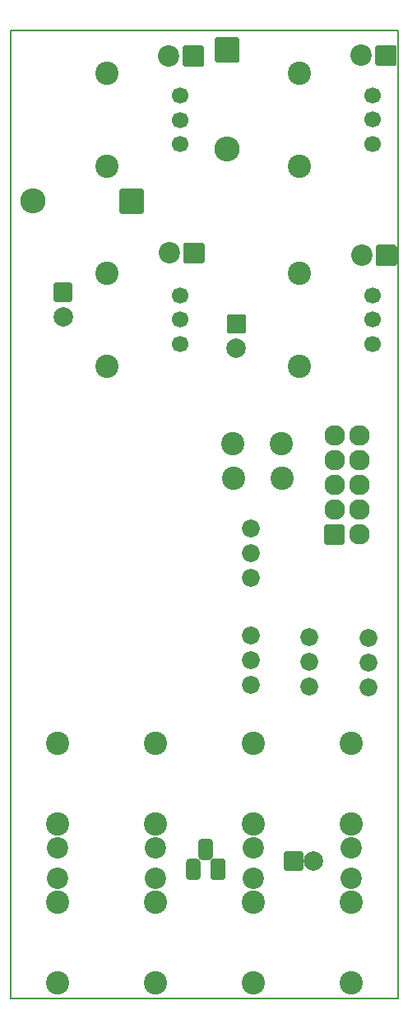
<source format=gbr>
G04 #@! TF.GenerationSoftware,KiCad,Pcbnew,(5.1.9)-1*
G04 #@! TF.CreationDate,2021-03-20T12:47:07+00:00*
G04 #@! TF.ProjectId,board v2,626f6172-6420-4763-922e-6b696361645f,rev?*
G04 #@! TF.SameCoordinates,Original*
G04 #@! TF.FileFunction,Soldermask,Top*
G04 #@! TF.FilePolarity,Negative*
%FSLAX46Y46*%
G04 Gerber Fmt 4.6, Leading zero omitted, Abs format (unit mm)*
G04 Created by KiCad (PCBNEW (5.1.9)-1) date 2021-03-20 12:47:07*
%MOMM*%
%LPD*%
G01*
G04 APERTURE LIST*
G04 #@! TA.AperFunction,Profile*
%ADD10C,0.150000*%
G04 #@! TD*
%ADD11C,2.200000*%
%ADD12O,2.600000X2.600000*%
%ADD13C,2.400000*%
%ADD14O,2.127200X2.127200*%
%ADD15C,1.700000*%
%ADD16C,1.840000*%
%ADD17C,2.000000*%
G04 APERTURE END LIST*
D10*
X57658000Y-12700000D02*
X17780000Y-12700000D01*
X57658000Y-112268000D02*
X57658000Y-12700000D01*
X17780000Y-112268000D02*
X57658000Y-112268000D01*
X17780000Y-12700000D02*
X17780000Y-112268000D01*
G04 #@! TO.C,U4*
G36*
G01*
X39866000Y-98052000D02*
X39866000Y-99852000D01*
G75*
G02*
X39666000Y-100052000I-200000J0D01*
G01*
X38566000Y-100052000D01*
G75*
G02*
X38366000Y-99852000I0J200000D01*
G01*
X38366000Y-98052000D01*
G75*
G02*
X38566000Y-97852000I200000J0D01*
G01*
X39666000Y-97852000D01*
G75*
G02*
X39866000Y-98052000I0J-200000D01*
G01*
G37*
G36*
G01*
X37326000Y-98227000D02*
X37326000Y-99677000D01*
G75*
G02*
X36951000Y-100052000I-375000J0D01*
G01*
X36201000Y-100052000D01*
G75*
G02*
X35826000Y-99677000I0J375000D01*
G01*
X35826000Y-98227000D01*
G75*
G02*
X36201000Y-97852000I375000J0D01*
G01*
X36951000Y-97852000D01*
G75*
G02*
X37326000Y-98227000I0J-375000D01*
G01*
G37*
G36*
G01*
X38596000Y-96157000D02*
X38596000Y-97607000D01*
G75*
G02*
X38221000Y-97982000I-375000J0D01*
G01*
X37471000Y-97982000D01*
G75*
G02*
X37096000Y-97607000I0J375000D01*
G01*
X37096000Y-96157000D01*
G75*
G02*
X37471000Y-95782000I375000J0D01*
G01*
X38221000Y-95782000D01*
G75*
G02*
X38596000Y-96157000I0J-375000D01*
G01*
G37*
G04 #@! TD*
G04 #@! TO.C,D1*
G36*
G01*
X37700000Y-14400000D02*
X37700000Y-16200000D01*
G75*
G02*
X37500000Y-16400000I-200000J0D01*
G01*
X35700000Y-16400000D01*
G75*
G02*
X35500000Y-16200000I0J200000D01*
G01*
X35500000Y-14400000D01*
G75*
G02*
X35700000Y-14200000I200000J0D01*
G01*
X37500000Y-14200000D01*
G75*
G02*
X37700000Y-14400000I0J-200000D01*
G01*
G37*
D11*
X34060000Y-15300000D03*
G04 #@! TD*
G04 #@! TO.C,D2*
X34090000Y-35560000D03*
G36*
G01*
X37730000Y-34660000D02*
X37730000Y-36460000D01*
G75*
G02*
X37530000Y-36660000I-200000J0D01*
G01*
X35730000Y-36660000D01*
G75*
G02*
X35530000Y-36460000I0J200000D01*
G01*
X35530000Y-34660000D01*
G75*
G02*
X35730000Y-34460000I200000J0D01*
G01*
X37530000Y-34460000D01*
G75*
G02*
X37730000Y-34660000I0J-200000D01*
G01*
G37*
G04 #@! TD*
G04 #@! TO.C,D3*
X53900000Y-35810000D03*
G36*
G01*
X57540000Y-34910000D02*
X57540000Y-36710000D01*
G75*
G02*
X57340000Y-36910000I-200000J0D01*
G01*
X55540000Y-36910000D01*
G75*
G02*
X55340000Y-36710000I0J200000D01*
G01*
X55340000Y-34910000D01*
G75*
G02*
X55540000Y-34710000I200000J0D01*
G01*
X57340000Y-34710000D01*
G75*
G02*
X57540000Y-34910000I0J-200000D01*
G01*
G37*
G04 #@! TD*
G04 #@! TO.C,D4*
X53880000Y-15240000D03*
G36*
G01*
X57520000Y-14340000D02*
X57520000Y-16140000D01*
G75*
G02*
X57320000Y-16340000I-200000J0D01*
G01*
X55520000Y-16340000D01*
G75*
G02*
X55320000Y-16140000I0J200000D01*
G01*
X55320000Y-14340000D01*
G75*
G02*
X55520000Y-14140000I200000J0D01*
G01*
X57320000Y-14140000D01*
G75*
G02*
X57520000Y-14340000I0J-200000D01*
G01*
G37*
G04 #@! TD*
D12*
G04 #@! TO.C,D5*
X20066000Y-30226000D03*
G36*
G01*
X31526000Y-29126000D02*
X31526000Y-31326000D01*
G75*
G02*
X31326000Y-31526000I-200000J0D01*
G01*
X29126000Y-31526000D01*
G75*
G02*
X28926000Y-31326000I0J200000D01*
G01*
X28926000Y-29126000D01*
G75*
G02*
X29126000Y-28926000I200000J0D01*
G01*
X31326000Y-28926000D01*
G75*
G02*
X31526000Y-29126000I0J-200000D01*
G01*
G37*
G04 #@! TD*
G04 #@! TO.C,D6*
G36*
G01*
X38960000Y-13350000D02*
X41160000Y-13350000D01*
G75*
G02*
X41360000Y-13550000I0J-200000D01*
G01*
X41360000Y-15750000D01*
G75*
G02*
X41160000Y-15950000I-200000J0D01*
G01*
X38960000Y-15950000D01*
G75*
G02*
X38760000Y-15750000I0J200000D01*
G01*
X38760000Y-13550000D01*
G75*
G02*
X38960000Y-13350000I200000J0D01*
G01*
G37*
X40060000Y-24810000D03*
G04 #@! TD*
D13*
G04 #@! TO.C,F1*
X45600000Y-55200000D03*
X40600000Y-55200000D03*
G04 #@! TD*
G04 #@! TO.C,F2*
X45700000Y-58700000D03*
X40700000Y-58700000D03*
G04 #@! TD*
G04 #@! TO.C,J1*
X42756666Y-86012000D03*
D11*
X42756666Y-96732000D03*
D13*
X42756666Y-94312000D03*
G04 #@! TD*
G04 #@! TO.C,J2*
X22606000Y-94312000D03*
D11*
X22606000Y-96732000D03*
D13*
X22606000Y-86012000D03*
G04 #@! TD*
G04 #@! TO.C,J3*
X22606000Y-110584000D03*
D11*
X22606000Y-99864000D03*
D13*
X22606000Y-102284000D03*
G04 #@! TD*
G04 #@! TO.C,J4*
X42756666Y-102284000D03*
D11*
X42756666Y-99864000D03*
D13*
X42756666Y-110584000D03*
G04 #@! TD*
G04 #@! TO.C,J5*
X32681333Y-94312000D03*
D11*
X32681333Y-96732000D03*
D13*
X32681333Y-86012000D03*
G04 #@! TD*
G04 #@! TO.C,J6*
X52832000Y-86012000D03*
D11*
X52832000Y-96732000D03*
D13*
X52832000Y-94312000D03*
G04 #@! TD*
G04 #@! TO.C,J7*
X32681333Y-102284000D03*
D11*
X32681333Y-99864000D03*
D13*
X32681333Y-110584000D03*
G04 #@! TD*
G04 #@! TO.C,J8*
X52832000Y-110584000D03*
D11*
X52832000Y-99864000D03*
D13*
X52832000Y-102284000D03*
G04 #@! TD*
G04 #@! TO.C,J9*
G36*
G01*
X50036400Y-65363600D02*
X50036400Y-63636400D01*
G75*
G02*
X50236400Y-63436400I200000J0D01*
G01*
X51963600Y-63436400D01*
G75*
G02*
X52163600Y-63636400I0J-200000D01*
G01*
X52163600Y-65363600D01*
G75*
G02*
X51963600Y-65563600I-200000J0D01*
G01*
X50236400Y-65563600D01*
G75*
G02*
X50036400Y-65363600I0J200000D01*
G01*
G37*
D14*
X53640000Y-64500000D03*
X51100000Y-61960000D03*
X53640000Y-61960000D03*
X51100000Y-59420000D03*
X53640000Y-59420000D03*
X51100000Y-56880000D03*
X53640000Y-56880000D03*
X51100000Y-54340000D03*
X53640000Y-54340000D03*
G04 #@! TD*
D13*
G04 #@! TO.C,RV1*
X47511223Y-17037319D03*
X47511223Y-26637319D03*
D15*
X55011223Y-19337319D03*
X55011223Y-21837319D03*
X55011223Y-24337319D03*
G04 #@! TD*
G04 #@! TO.C,RV2*
X35193832Y-24358377D03*
X35193832Y-21858377D03*
X35193832Y-19358377D03*
D13*
X27693832Y-26658377D03*
X27693832Y-17058377D03*
G04 #@! TD*
D15*
G04 #@! TO.C,RV3*
X35209078Y-44899704D03*
X35209078Y-42399704D03*
X35209078Y-39899704D03*
D13*
X27709078Y-47199704D03*
X27709078Y-37599704D03*
G04 #@! TD*
G04 #@! TO.C,RV4*
X47522000Y-37612000D03*
X47522000Y-47212000D03*
D15*
X55022000Y-39912000D03*
X55022000Y-42412000D03*
X55022000Y-44912000D03*
G04 #@! TD*
D16*
G04 #@! TO.C,RV5*
X48500000Y-80100000D03*
X48500000Y-77560000D03*
X48500000Y-75020000D03*
G04 #@! TD*
G04 #@! TO.C,RV6*
X54625000Y-80200000D03*
X54625000Y-77660000D03*
X54625000Y-75120000D03*
G04 #@! TD*
G04 #@! TO.C,RV7*
X42500000Y-63920000D03*
X42500000Y-66460000D03*
X42500000Y-69000000D03*
G04 #@! TD*
G04 #@! TO.C,RV8*
X42500000Y-74920000D03*
X42500000Y-77460000D03*
X42500000Y-80000000D03*
G04 #@! TD*
G04 #@! TO.C,C13*
G36*
G01*
X45900000Y-98900000D02*
X45900000Y-97300000D01*
G75*
G02*
X46100000Y-97100000I200000J0D01*
G01*
X47700000Y-97100000D01*
G75*
G02*
X47900000Y-97300000I0J-200000D01*
G01*
X47900000Y-98900000D01*
G75*
G02*
X47700000Y-99100000I-200000J0D01*
G01*
X46100000Y-99100000D01*
G75*
G02*
X45900000Y-98900000I0J200000D01*
G01*
G37*
D17*
X48900000Y-98100000D03*
G04 #@! TD*
G04 #@! TO.C,C17*
G36*
G01*
X22360000Y-38580000D02*
X23960000Y-38580000D01*
G75*
G02*
X24160000Y-38780000I0J-200000D01*
G01*
X24160000Y-40380000D01*
G75*
G02*
X23960000Y-40580000I-200000J0D01*
G01*
X22360000Y-40580000D01*
G75*
G02*
X22160000Y-40380000I0J200000D01*
G01*
X22160000Y-38780000D01*
G75*
G02*
X22360000Y-38580000I200000J0D01*
G01*
G37*
X23160000Y-42080000D03*
G04 #@! TD*
G04 #@! TO.C,C18*
X41020000Y-45350000D03*
G36*
G01*
X40220000Y-41850000D02*
X41820000Y-41850000D01*
G75*
G02*
X42020000Y-42050000I0J-200000D01*
G01*
X42020000Y-43650000D01*
G75*
G02*
X41820000Y-43850000I-200000J0D01*
G01*
X40220000Y-43850000D01*
G75*
G02*
X40020000Y-43650000I0J200000D01*
G01*
X40020000Y-42050000D01*
G75*
G02*
X40220000Y-41850000I200000J0D01*
G01*
G37*
G04 #@! TD*
M02*

</source>
